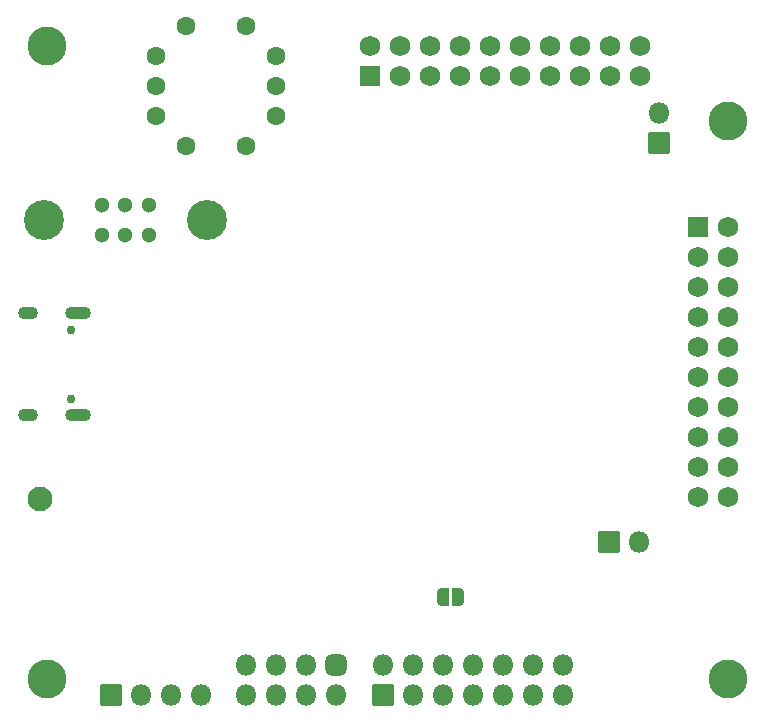
<source format=gbr>
%TF.GenerationSoftware,KiCad,Pcbnew,7.0.7*%
%TF.CreationDate,2024-05-17T14:43:21-07:00*%
%TF.ProjectId,Serberus,53657262-6572-4757-932e-6b696361645f,V2.2*%
%TF.SameCoordinates,Original*%
%TF.FileFunction,Soldermask,Bot*%
%TF.FilePolarity,Negative*%
%FSLAX46Y46*%
G04 Gerber Fmt 4.6, Leading zero omitted, Abs format (unit mm)*
G04 Created by KiCad (PCBNEW 7.0.7) date 2024-05-17 14:43:21*
%MOMM*%
%LPD*%
G01*
G04 APERTURE LIST*
G04 Aperture macros list*
%AMRoundRect*
0 Rectangle with rounded corners*
0 $1 Rounding radius*
0 $2 $3 $4 $5 $6 $7 $8 $9 X,Y pos of 4 corners*
0 Add a 4 corners polygon primitive as box body*
4,1,4,$2,$3,$4,$5,$6,$7,$8,$9,$2,$3,0*
0 Add four circle primitives for the rounded corners*
1,1,$1+$1,$2,$3*
1,1,$1+$1,$4,$5*
1,1,$1+$1,$6,$7*
1,1,$1+$1,$8,$9*
0 Add four rect primitives between the rounded corners*
20,1,$1+$1,$2,$3,$4,$5,0*
20,1,$1+$1,$4,$5,$6,$7,0*
20,1,$1+$1,$6,$7,$8,$9,0*
20,1,$1+$1,$8,$9,$2,$3,0*%
%AMFreePoly0*
4,1,35,0.535355,0.785355,0.550000,0.750000,0.550000,-0.750000,0.535355,-0.785355,0.500000,-0.800000,0.000000,-0.800000,-0.012286,-0.794911,-0.071157,-0.794911,-0.085244,-0.792886,-0.221795,-0.752791,-0.234740,-0.746879,-0.354462,-0.669938,-0.365217,-0.660618,-0.458414,-0.553063,-0.466109,-0.541091,-0.525228,-0.411637,-0.529237,-0.397982,-0.549491,-0.257116,-0.550000,-0.250000,-0.550000,0.250000,
-0.549491,0.257116,-0.529237,0.397982,-0.525228,0.411637,-0.466109,0.541091,-0.458414,0.553063,-0.365217,0.660618,-0.354462,0.669938,-0.234740,0.746879,-0.221795,0.752791,-0.085244,0.792886,-0.071157,0.794911,-0.012286,0.794911,0.000000,0.800000,0.500000,0.800000,0.535355,0.785355,0.535355,0.785355,$1*%
%AMFreePoly1*
4,1,35,0.012286,0.794911,0.071157,0.794911,0.085244,0.792886,0.221795,0.752791,0.234740,0.746879,0.354462,0.669938,0.365217,0.660618,0.458414,0.553063,0.466109,0.541091,0.525228,0.411637,0.529237,0.397982,0.549491,0.257116,0.550000,0.250000,0.550000,-0.250000,0.549491,-0.257116,0.529237,-0.397982,0.525228,-0.411637,0.466109,-0.541091,0.458414,-0.553063,0.365217,-0.660618,
0.354462,-0.669938,0.234740,-0.746879,0.221795,-0.752791,0.085244,-0.792886,0.071157,-0.794911,0.012286,-0.794911,0.000000,-0.800000,-0.500000,-0.800000,-0.535355,-0.785355,-0.550000,-0.750000,-0.550000,0.750000,-0.535355,0.785355,-0.500000,0.800000,0.000000,0.800000,0.012286,0.794911,0.012286,0.794911,$1*%
G04 Aperture macros list end*
%ADD10C,2.100000*%
%ADD11C,3.300000*%
%ADD12RoundRect,0.050000X0.850000X-0.850000X0.850000X0.850000X-0.850000X0.850000X-0.850000X-0.850000X0*%
%ADD13O,1.800000X1.800000*%
%ADD14RoundRect,0.475000X-0.425000X0.425000X-0.425000X-0.425000X0.425000X-0.425000X0.425000X0.425000X0*%
%ADD15RoundRect,0.050000X-0.825000X0.825000X-0.825000X-0.825000X0.825000X-0.825000X0.825000X0.825000X0*%
%ADD16C,1.750000*%
%ADD17C,0.750000*%
%ADD18O,2.200000X1.100000*%
%ADD19O,1.700000X1.100000*%
%ADD20C,1.300000*%
%ADD21C,3.385000*%
%ADD22C,1.600000*%
%ADD23RoundRect,0.050000X-0.825000X-0.825000X0.825000X-0.825000X0.825000X0.825000X-0.825000X0.825000X0*%
%ADD24RoundRect,0.050000X0.850000X0.850000X-0.850000X0.850000X-0.850000X-0.850000X0.850000X-0.850000X0*%
%ADD25FreePoly0,0.000000*%
%ADD26FreePoly1,0.000000*%
G04 APERTURE END LIST*
D10*
%TO.C,TP1*%
X122600000Y-111600000D03*
%TD*%
D11*
%TO.C,H4*%
X180800000Y-126800000D03*
%TD*%
D12*
%TO.C,J7*%
X128600000Y-128200000D03*
D13*
X131140000Y-128200000D03*
X133680000Y-128200000D03*
X136220000Y-128200000D03*
%TD*%
D14*
%TO.C,J5*%
X147685500Y-125639500D03*
D13*
X147685500Y-128179500D03*
X145145500Y-125639500D03*
X145145500Y-128179500D03*
X142605500Y-125639500D03*
X142605500Y-128179500D03*
X140065500Y-125639500D03*
X140065500Y-128179500D03*
%TD*%
D15*
%TO.C,J3*%
X178260000Y-88580000D03*
D16*
X180800000Y-88580000D03*
X178260000Y-91120000D03*
X180800000Y-91120000D03*
X178260000Y-93660000D03*
X180800000Y-93660000D03*
X178260000Y-96200000D03*
X180800000Y-96200000D03*
X178260000Y-98740000D03*
X180800000Y-98740000D03*
X178260000Y-101280000D03*
X180800000Y-101280000D03*
X178260000Y-103820000D03*
X180800000Y-103820000D03*
X178260000Y-106360000D03*
X180800000Y-106360000D03*
X178260000Y-108900000D03*
X180800000Y-108900000D03*
X178260000Y-111440000D03*
X180800000Y-111440000D03*
%TD*%
D12*
%TO.C,J8*%
X170800000Y-115200000D03*
D13*
X173340000Y-115200000D03*
%TD*%
D11*
%TO.C,H3*%
X123200000Y-126800000D03*
%TD*%
%TO.C,H2*%
X180800000Y-79600000D03*
%TD*%
D12*
%TO.C,J4*%
X151660000Y-128200000D03*
D13*
X151660000Y-125660000D03*
X154200000Y-128200000D03*
X154200000Y-125660000D03*
X156740000Y-128200000D03*
X156740000Y-125660000D03*
X159280000Y-128200000D03*
X159280000Y-125660000D03*
X161820000Y-128200000D03*
X161820000Y-125660000D03*
X164360000Y-128200000D03*
X164360000Y-125660000D03*
X166900000Y-128200000D03*
X166900000Y-125660000D03*
%TD*%
D17*
%TO.C,J1*%
X125240000Y-97310000D03*
X125240000Y-103090000D03*
D18*
X125770000Y-95880000D03*
D19*
X121590000Y-95880000D03*
D18*
X125770000Y-104520000D03*
D19*
X121590000Y-104520000D03*
%TD*%
D20*
%TO.C,SW2*%
X127800000Y-89200000D03*
X129800000Y-89200000D03*
X131800000Y-89200000D03*
X127800000Y-86700000D03*
X129800000Y-86700000D03*
X131800000Y-86700000D03*
D21*
X122900000Y-87950000D03*
X136700000Y-87950000D03*
%TD*%
D22*
%TO.C,SW1*%
X142595000Y-79200000D03*
X132435000Y-79200000D03*
X132435000Y-76660000D03*
X132435000Y-74120000D03*
X142595000Y-74120000D03*
X142595000Y-76660000D03*
X140055000Y-81740000D03*
X134975000Y-81740000D03*
X134975000Y-71580000D03*
X140055000Y-71580000D03*
%TD*%
D23*
%TO.C,J2*%
X150500000Y-75740000D03*
D16*
X150500000Y-73200000D03*
X153040000Y-75740000D03*
X153040000Y-73200000D03*
X155580000Y-75740000D03*
X155580000Y-73200000D03*
X158120000Y-75740000D03*
X158120000Y-73200000D03*
X160660000Y-75740000D03*
X160660000Y-73200000D03*
X163200000Y-75740000D03*
X163200000Y-73200000D03*
X165740000Y-75740000D03*
X165740000Y-73200000D03*
X168280000Y-75740000D03*
X168280000Y-73200000D03*
X170820000Y-75740000D03*
X170820000Y-73200000D03*
X173360000Y-75740000D03*
X173360000Y-73200000D03*
%TD*%
D24*
%TO.C,J9*%
X175000000Y-81475000D03*
D13*
X175000000Y-78935000D03*
%TD*%
D11*
%TO.C,H1*%
X123200000Y-73200000D03*
%TD*%
D25*
%TO.C,JP1*%
X156700000Y-119850000D03*
D26*
X158000000Y-119850000D03*
%TD*%
M02*

</source>
